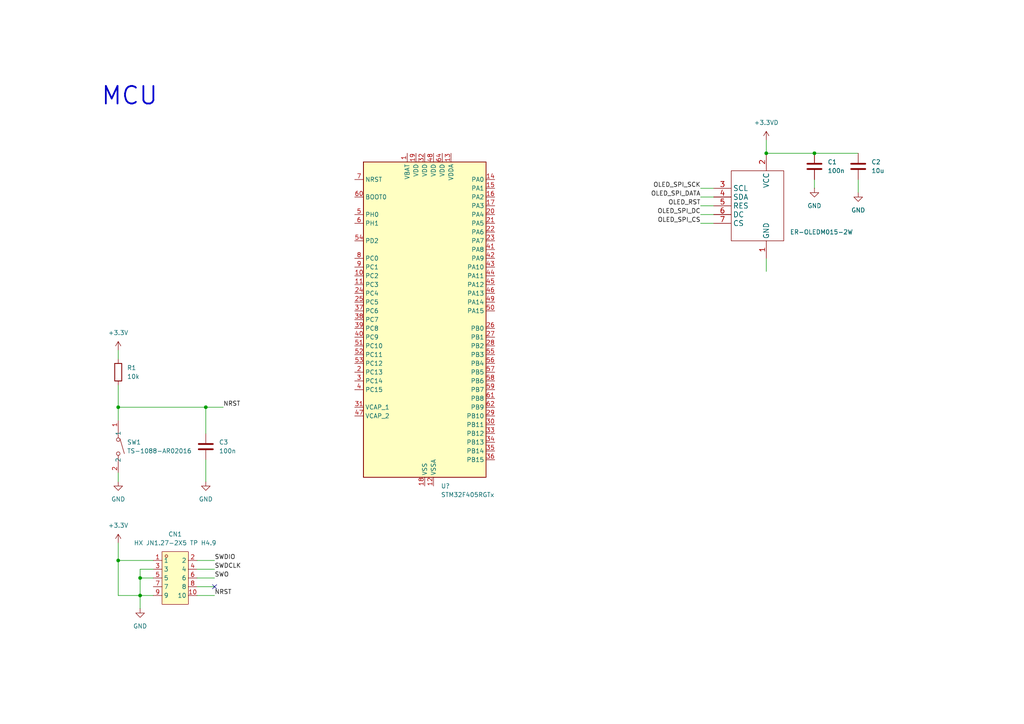
<source format=kicad_sch>
(kicad_sch (version 20250114) (generator "eeschema") (generator_version "9.0")
  (paper "A4")
  (lib_symbols
    (symbol "Device:C" (pin_numbers (hide yes)) (pin_names (offset 0.254))
      (property "Reference" "C" (at 0.635 2.54 0))
      (property "Value" "C" (at 0.635 -2.54 0))
      (symbol "C_0_1"
        (polyline (pts (xy -2.032 0.762) (xy 2.032 0.762)) (stroke (width 0.508)))
        (polyline (pts (xy -2.032 -0.762) (xy 2.032 -0.762)) (stroke (width 0.508)))
      )
      (symbol "C_1_1"
        (pin passive line (at 0 3.81 270) (length 2.794) (name "~") (number "1"))
        (pin passive line (at 0 -3.81 90) (length 2.794) (name "~") (number "2"))
      )
    )
    (symbol "Device:R" (pin_numbers (hide yes)) (pin_names (offset 0))
      (property "Reference" "R" (at 2.032 0 90))
      (property "Value" "R" (at 0 0 90))
      (symbol "R_0_1"
        (rectangle (start -1.016 -2.54) (end 1.016 2.54) (stroke (width 0.254)))
      )
      (symbol "R_1_1"
        (pin passive line (at 0 3.81 270) (length 1.27) (name "~") (number "1"))
        (pin passive line (at 0 -3.81 90) (length 1.27) (name "~") (number "2"))
      )
    )
    (symbol "Galerna:ER-OLEDM015-SPI"
      (property "Reference" "U" (at 0 0 0))
      (symbol "ER-OLEDM015-SPI_1_0"
        (polyline (pts (xy -7.62 10.16) (xy -7.62 -10.16)) (stroke (width 0.1524)))
        (polyline (pts (xy -7.62 -10.16) (xy 7.62 -10.16)) (stroke (width 0.1524)))
        (polyline (pts (xy 7.62 10.16) (xy -7.62 10.16)) (stroke (width 0.1524)))
        (polyline (pts (xy 7.62 -10.16) (xy 7.62 10.16)) (stroke (width 0.1524)))
        (pin bidirectional line (at -12.7 5.08 0) (length 5.08) (name "SCL") (number "3"))
        (pin bidirectional line (at -12.7 2.54 0) (length 5.08) (name "SDA") (number "4"))
        (pin bidirectional line (at -12.7 0 0) (length 5.08) (name "RES") (number "5"))
        (pin bidirectional line (at -12.7 -2.54 0) (length 5.08) (name "DC") (number "6"))
        (pin bidirectional line (at -12.7 -5.08 0) (length 5.08) (name "CS") (number "7"))
        (pin bidirectional line (at 2.54 15.24 270) (length 5.08) (name "VCC") (number "2"))
        (pin bidirectional line (at 2.54 -15.24 90) (length 5.08) (name "GND") (number "1"))
      )
    )
    (symbol "Galerna:HXJN1.27-2X5TPH4.9"
      (property "Reference" "CN" (at 0 10.16 0))
      (property "Value" "HX JN1.27-2X5 TP H4.9" (at 0 -10.16 0))
      (symbol "HXJN1.27-2X5TPH4.9_0_1"
        (rectangle (start -3.81 7.62) (end 3.81 -7.62) (fill (type background)))
        (circle (center -2.54 6.35) (radius 0.38))
        (pin unspecified line (at -6.35 5.08 0) (length 2.54) (name "1") (number "1"))
        (pin unspecified line (at -6.35 2.54 0) (length 2.54) (name "3") (number "3"))
        (pin unspecified line (at -6.35 0 0) (length 2.54) (name "5") (number "5"))
        (pin unspecified line (at -6.35 -2.54 0) (length 2.54) (name "7") (number "7"))
        (pin unspecified line (at -6.35 -5.08 0) (length 2.54) (name "9") (number "9"))
        (pin unspecified line (at 6.35 5.08 180) (length 2.54) (name "2") (number "2"))
        (pin unspecified line (at 6.35 2.54 180) (length 2.54) (name "4") (number "4"))
        (pin unspecified line (at 6.35 0 180) (length 2.54) (name "6") (number "6"))
        (pin unspecified line (at 6.35 -2.54 180) (length 2.54) (name "8") (number "8"))
        (pin unspecified line (at 6.35 -5.08 180) (length 2.54) (name "10") (number "10"))
      )
    )
    (symbol "Galerna:TS-1088-AR02016"
      (property "Reference" "SW" (at 0 5.08 0))
      (property "Value" "TS-1088-AR02016" (at 0 -5.08 0))
      (symbol "TS-1088-AR02016_0_1"
        (polyline (pts (xy -5.08 0) (xy -2.54 0)))
        (polyline (pts (xy -2.29 0.51) (xy 2.03 1.78)))
        (circle (center -2.03 0) (radius 0.51))
        (circle (center 2.03 0) (radius 0.51))
        (polyline (pts (xy 5.08 0) (xy 2.54 0)))
        (pin unspecified line (at -7.62 0 0) (length 2.54) (name "1") (number "1"))
        (pin unspecified line (at 7.62 0 180) (length 2.54) (name "2") (number "2"))
      )
    )
    (symbol "MCU_ST_STM32F4:STM32F405RGTx"
      (property "Reference" "U" (at -17.78 46.99 0))
      (property "Value" "STM32F405RGTx" (at 10.16 46.99 0))
      (symbol "STM32F405RGTx_0_1"
        (rectangle (start -17.78 -45.72) (end 17.78 45.72) (stroke (width 0.254)) (fill (type background)))
      )
      (symbol "STM32F405RGTx_1_1"
        (pin input line (at -20.32 40.64 0) (length 2.54) (name "NRST") (number "7"))
        (pin input line (at -20.32 35.56 0) (length 2.54) (name "BOOT0") (number "60"))
        (pin bidirectional line (at -20.32 30.48 0) (length 2.54) (name "PH0") (number "5"))
        (pin bidirectional line (at -20.32 27.94 0) (length 2.54) (name "PH1") (number "6"))
        (pin bidirectional line (at -20.32 22.86 0) (length 2.54) (name "PD2") (number "54"))
        (pin bidirectional line (at -20.32 17.78 0) (length 2.54) (name "PC0") (number "8"))
        (pin bidirectional line (at -20.32 15.24 0) (length 2.54) (name "PC1") (number "9"))
        (pin bidirectional line (at -20.32 12.7 0) (length 2.54) (name "PC2") (number "10"))
        (pin bidirectional line (at -20.32 10.16 0) (length 2.54) (name "PC3") (number "11"))
        (pin bidirectional line (at -20.32 7.62 0) (length 2.54) (name "PC4") (number "24"))
        (pin bidirectional line (at -20.32 5.08 0) (length 2.54) (name "PC5") (number "25"))
        (pin bidirectional line (at -20.32 2.54 0) (length 2.54) (name "PC6") (number "37"))
        (pin bidirectional line (at -20.32 0 0) (length 2.54) (name "PC7") (number "38"))
        (pin bidirectional line (at -20.32 -2.54 0) (length 2.54) (name "PC8") (number "39"))
        (pin bidirectional line (at -20.32 -5.08 0) (length 2.54) (name "PC9") (number "40"))
        (pin bidirectional line (at -20.32 -7.62 0) (length 2.54) (name "PC10") (number "51"))
        (pin bidirectional line (at -20.32 -10.16 0) (length 2.54) (name "PC11") (number "52"))
        (pin bidirectional line (at -20.32 -12.7 0) (length 2.54) (name "PC12") (number "53"))
        (pin bidirectional line (at -20.32 -15.24 0) (length 2.54) (name "PC13") (number "2"))
        (pin bidirectional line (at -20.32 -17.78 0) (length 2.54) (name "PC14") (number "3"))
        (pin bidirectional line (at -20.32 -20.32 0) (length 2.54) (name "PC15") (number "4"))
        (pin power_out line (at -20.32 -25.4 0) (length 2.54) (name "VCAP_1") (number "31"))
        (pin power_out line (at -20.32 -27.94 0) (length 2.54) (name "VCAP_2") (number "47"))
        (pin power_in line (at -5.08 48.26 270) (length 2.54) (name "VBAT") (number "1"))
        (pin power_in line (at -2.54 48.26 270) (length 2.54) (name "VDD") (number "19"))
        (pin power_in line (at 0 48.26 270) (length 2.54) (name "VDD") (number "32"))
        (pin power_in line (at 0 -48.26 90) (length 2.54) (name "VSS") (number "18"))
        (pin passive line (at 0 -48.26 90) (length 2.54) (hide yes) (name "VSS") (number "63"))
        (pin power_in line (at 2.54 48.26 270) (length 2.54) (name "VDD") (number "48"))
        (pin power_in line (at 2.54 -48.26 90) (length 2.54) (name "VSSA") (number "12"))
        (pin power_in line (at 5.08 48.26 270) (length 2.54) (name "VDD") (number "64"))
        (pin power_in line (at 7.62 48.26 270) (length 2.54) (name "VDDA") (number "13"))
        (pin bidirectional line (at 20.32 40.64 180) (length 2.54) (name "PA0") (number "14"))
        (pin bidirectional line (at 20.32 38.1 180) (length 2.54) (name "PA1") (number "15"))
        (pin bidirectional line (at 20.32 35.56 180) (length 2.54) (name "PA2") (number "16"))
        (pin bidirectional line (at 20.32 33.02 180) (length 2.54) (name "PA3") (number "17"))
        (pin bidirectional line (at 20.32 30.48 180) (length 2.54) (name "PA4") (number "20"))
        (pin bidirectional line (at 20.32 27.94 180) (length 2.54) (name "PA5") (number "21"))
        (pin bidirectional line (at 20.32 25.4 180) (length 2.54) (name "PA6") (number "22"))
        (pin bidirectional line (at 20.32 22.86 180) (length 2.54) (name "PA7") (number "23"))
        (pin bidirectional line (at 20.32 20.32 180) (length 2.54) (name "PA8") (number "41"))
        (pin bidirectional line (at 20.32 17.78 180) (length 2.54) (name "PA9") (number "42"))
        (pin bidirectional line (at 20.32 15.24 180) (length 2.54) (name "PA10") (number "43"))
        (pin bidirectional line (at 20.32 12.7 180) (length 2.54) (name "PA11") (number "44"))
        (pin bidirectional line (at 20.32 10.16 180) (length 2.54) (name "PA12") (number "45"))
        (pin bidirectional line (at 20.32 7.62 180) (length 2.54) (name "PA13") (number "46"))
        (pin bidirectional line (at 20.32 5.08 180) (length 2.54) (name "PA14") (number "49"))
        (pin bidirectional line (at 20.32 2.54 180) (length 2.54) (name "PA15") (number "50"))
        (pin bidirectional line (at 20.32 -2.54 180) (length 2.54) (name "PB0") (number "26"))
        (pin bidirectional line (at 20.32 -5.08 180) (length 2.54) (name "PB1") (number "27"))
        (pin bidirectional line (at 20.32 -7.62 180) (length 2.54) (name "PB2") (number "28"))
        (pin bidirectional line (at 20.32 -10.16 180) (length 2.54) (name "PB3") (number "55"))
        (pin bidirectional line (at 20.32 -12.7 180) (length 2.54) (name "PB4") (number "56"))
        (pin bidirectional line (at 20.32 -15.24 180) (length 2.54) (name "PB5") (number "57"))
        (pin bidirectional line (at 20.32 -17.78 180) (length 2.54) (name "PB6") (number "58"))
        (pin bidirectional line (at 20.32 -20.32 180) (length 2.54) (name "PB7") (number "59"))
        (pin bidirectional line (at 20.32 -22.86 180) (length 2.54) (name "PB8") (number "61"))
        (pin bidirectional line (at 20.32 -25.4 180) (length 2.54) (name "PB9") (number "62"))
        (pin bidirectional line (at 20.32 -27.94 180) (length 2.54) (name "PB10") (number "29"))
        (pin bidirectional line (at 20.32 -30.48 180) (length 2.54) (name "PB11") (number "30"))
        (pin bidirectional line (at 20.32 -33.02 180) (length 2.54) (name "PB12") (number "33"))
        (pin bidirectional line (at 20.32 -35.56 180) (length 2.54) (name "PB13") (number "34"))
        (pin bidirectional line (at 20.32 -38.1 180) (length 2.54) (name "PB14") (number "35"))
        (pin bidirectional line (at 20.32 -40.64 180) (length 2.54) (name "PB15") (number "36"))
      )
    )
    (symbol "power:+3.3V" (power) (pin_numbers (hide yes)) (pin_names (offset 0) (hide yes))
      (property "Value" "+3.3V" (at 0 3.556 0))
      (symbol "+3.3V_0_1"
        (polyline (pts (xy -0.762 1.27) (xy 0 2.54)))
        (polyline (pts (xy 0 2.54) (xy 0.762 1.27)))
        (polyline (pts (xy 0 0) (xy 0 2.54)))
      )
      (symbol "+3.3V_1_1"
        (pin power_in line (at 0 0 90) (length 0) (name "~") (number "1"))
      )
    )
    (symbol "power:+3.3VA" (power) (pin_numbers (hide yes)) (pin_names (offset 0) (hide yes))
      (property "Value" "+3.3VA" (at 0 3.556 0))
      (symbol "+3.3VA_0_1"
        (polyline (pts (xy -0.762 1.27) (xy 0 2.54)))
        (polyline (pts (xy 0 2.54) (xy 0.762 1.27)))
        (polyline (pts (xy 0 0) (xy 0 2.54)))
      )
      (symbol "+3.3VA_1_1"
        (pin power_in line (at 0 0 90) (length 0) (name "~") (number "1"))
      )
    )
    (symbol "power:GND" (power) (pin_numbers (hide yes)) (pin_names (offset 0) (hide yes))
      (property "Value" "GND" (at 0 -3.81 0))
      (symbol "GND_0_1"
        (polyline (pts (xy 0 0) (xy 0 -1.27) (xy 1.27 -1.27) (xy 0 -2.54) (xy -1.27 -1.27) (xy 0 -1.27)))
      )
      (symbol "GND_1_1"
        (pin power_in line (at 0 0 270) (length 0) (name "~") (number "1"))
      )
    )
  )
  (text "MCU" (at 37.592 27.94 0) (effects (font (size 5.08 5.08) (thickness 0.508) (bold yes))))
  (junction (at 236.22 44.45))
  (junction (at 59.69 118.11))
  (junction (at 34.29 162.56))
  (junction (at 40.64 172.72))
  (junction (at 34.29 118.11))
  (junction (at 222.25 44.45))
  (junction (at 40.64 167.64))
  (no_connect (at 62.23 170.18))
  (wire (pts (xy 222.25 44.45) (xy 236.22 44.45)))
  (wire (pts (xy 59.69 133.35) (xy 59.69 139.7)))
  (wire (pts (xy 236.22 44.45) (xy 248.92 44.45)))
  (wire (pts (xy 40.64 172.72) (xy 34.29 172.72)))
  (wire (pts (xy 40.64 167.64) (xy 44.45 167.64)))
  (wire (pts (xy 34.29 137.16) (xy 34.29 139.7)))
  (wire (pts (xy 57.15 167.64) (xy 62.23 167.64)))
  (wire (pts (xy 203.2 62.23) (xy 207.01 62.23)))
  (wire (pts (xy 59.69 118.11) (xy 34.29 118.11)))
  (wire (pts (xy 236.22 52.07) (xy 236.22 54.61)))
  (wire (pts (xy 203.2 64.77) (xy 207.01 64.77)))
  (wire (pts (xy 44.45 172.72) (xy 40.64 172.72)))
  (wire (pts (xy 57.15 165.1) (xy 62.23 165.1)))
  (wire (pts (xy 203.2 54.61) (xy 207.01 54.61)))
  (wire (pts (xy 34.29 101.6) (xy 34.29 104.14)))
  (wire (pts (xy 40.64 172.72) (xy 40.64 176.53)))
  (wire (pts (xy 40.64 165.1) (xy 40.64 167.64)))
  (wire (pts (xy 34.29 172.72) (xy 34.29 162.56)))
  (wire (pts (xy 222.25 40.64) (xy 222.25 44.45)))
  (wire (pts (xy 57.15 162.56) (xy 62.23 162.56)))
  (wire (pts (xy 44.45 165.1) (xy 40.64 165.1)))
  (wire (pts (xy 34.29 111.76) (xy 34.29 118.11)))
  (wire (pts (xy 44.45 162.56) (xy 34.29 162.56)))
  (wire (pts (xy 203.2 57.15) (xy 207.01 57.15)))
  (wire (pts (xy 248.92 52.07) (xy 248.92 55.88)))
  (wire (pts (xy 34.29 162.56) (xy 34.29 157.48)))
  (wire (pts (xy 40.64 167.64) (xy 40.64 172.72)))
  (wire (pts (xy 203.2 59.69) (xy 207.01 59.69)))
  (wire (pts (xy 59.69 118.11) (xy 64.77 118.11)))
  (wire (pts (xy 222.25 74.93) (xy 222.25 78.74)))
  (wire (pts (xy 57.15 170.18) (xy 62.23 170.18)))
  (wire (pts (xy 34.29 118.11) (xy 34.29 121.92)))
  (wire (pts (xy 59.69 118.11) (xy 59.69 125.73)))
  (wire (pts (xy 57.15 172.72) (xy 62.23 172.72)))
  (label "SWO" (at 62.23 167.64 0))
  (label "NRST" (at 62.23 172.72 0))
  (label "SWDCLK" (at 62.23 165.1 0))
  (label "OLED_RST" (at 203.2 59.69 180))
  (label "OLED_SPI_DC" (at 203.2 62.23 180))
  (label "OLED_SPI_DATA" (at 203.2 57.15 180))
  (label "OLED_SPI_SCK" (at 203.2 54.61 180))
  (label "OLED_SPI_CS" (at 203.2 64.77 180))
  (label "SWDIO" (at 62.23 162.56 0))
  (label "NRST" (at 64.77 118.11 0))
  (symbol (lib_id "power:GND") (at 34.29 139.7 0) (unit 1)
    (property "Reference" "#PWR07" (effects (hide yes)))
    (property "Value" "GND" (at 34.29 144.78 0))
    (property "Description" "Power symbol creates a global label with name \"GND\" , ground" (effects (hide yes)))
  )
  (symbol (lib_id "power:+3.3V") (at 34.29 101.6 0) (unit 1)
    (property "Reference" "#PWR08" (effects (hide yes)))
    (property "Value" "+3.3V" (at 34.29 96.52 0))
    (property "Description" "Power symbol creates a global label with name \"+3.3V\"" (effects (hide yes)))
  )
  (symbol (lib_id "power:GND") (at 40.64 176.53 0) (unit 1)
    (property "Reference" "#PWR06" (effects (hide yes)))
    (property "Value" "GND" (at 40.64 181.61 0))
    (property "Description" "Power symbol creates a global label with name \"GND\" , ground" (effects (hide yes)))
  )
  (symbol (lib_id "power:GND") (at 248.92 55.88 0) (unit 1)
    (property "Reference" "#PWR04" (effects (hide yes)))
    (property "Value" "GND" (at 248.92 60.96 0))
    (property "Description" "Power symbol creates a global label with name \"GND\" , ground" (effects (hide yes)))
  )
  (symbol (lib_id "Device:R") (at 34.29 107.95 0) (unit 1)
    (property "Reference" "R1" (at 36.83 106.6799 0) (effects (justify left)))
    (property "Value" "10k" (at 36.83 109.2199 0) (effects (justify left)))
    (property "Description" "Resistor" (effects (hide yes)))
  )
  (symbol (lib_id "Device:C") (at 236.22 48.26 0) (unit 1)
    (property "Reference" "C1" (at 240.03 46.9899 0) (effects (justify left)))
    (property "Value" "100n" (at 240.03 49.5299 0) (effects (justify left)))
    (property "Description" "Unpolarized capacitor" (effects (hide yes)))
  )
  (symbol (lib_id "Device:C") (at 248.92 48.26 0) (unit 1)
    (property "Reference" "C2" (at 252.73 46.9899 0) (effects (justify left)))
    (property "Value" "10u" (at 252.73 49.5299 0) (effects (justify left)))
    (property "Description" "Unpolarized capacitor" (effects (hide yes)))
  )
  (symbol (lib_id "power:GND") (at 59.69 139.7 0) (unit 1)
    (property "Reference" "#PWR09" (effects (hide yes)))
    (property "Value" "GND" (at 59.69 144.78 0))
    (property "Description" "Power symbol creates a global label with name \"GND\" , ground" (effects (hide yes)))
  )
  (symbol (lib_id "Galerna:TS-1088-AR02016") (at 34.29 129.54 270) (unit 1)
    (property "Reference" "SW1" (at 36.83 128.2699 90) (effects (justify left)))
    (property "Value" "TS-1088-AR02016" (at 36.83 130.8099 90) (effects (justify left)))
    (property "Footprint" "Galerna:SW-SMD_L3.9-W3.0-P4.45" (effects (hide yes)))
    (property "Datasheet" "https://lcsc.com/product-detail/Tactile-Switches_XUNPU-TS-1088-AR02016_C720477.html" (effects (hide yes)))
    (property "LCSC Part" "C720477" (effects (hide yes)))
  )
  (symbol (lib_id "power:+3.3VA") (at 222.25 40.64 0) (unit 1)
    (property "Reference" "#PWR02" (effects (hide yes)))
    (property "Value" "+3.3VD" (at 222.25 35.56 0))
    (property "Description" "Power symbol creates a global label with name \"+3.3VA\"" (effects (hide yes)))
  )
  (symbol (lib_id "Device:C") (at 59.69 129.54 0) (unit 1)
    (property "Reference" "C3" (at 63.5 128.2699 0) (effects (justify left)))
    (property "Value" "100n" (at 63.5 130.8099 0) (effects (justify left)))
    (property "Description" "Unpolarized capacitor" (effects (hide yes)))
  )
  (symbol (lib_id "power:GND") (at 236.22 54.61 0) (unit 1)
    (property "Reference" "#PWR03" (effects (hide yes)))
    (property "Value" "GND" (at 236.22 59.69 0))
    (property "Description" "Power symbol creates a global label with name \"GND\" , ground" (effects (hide yes)))
  )
  (symbol (lib_id "Galerna:ER-OLEDM015-SPI") (at 219.71 59.69 0) (unit 1)
    (property "Reference" "ER-OLEDM015-2W" (at 229.108 67.31 0) (effects (justify left)))
    (property "Footprint" "Galerna:ER-OLEDM015-2" (effects (hide yes)))
  )
  (symbol (lib_id "MCU_ST_STM32F4:STM32F405RGTx") (at 123.19 92.71 0) (unit 1)
    (property "Reference" "U?" (at 127.8733 140.97 0) (effects (justify left)))
    (property "Value" "STM32F405RGTx" (at 127.8733 143.51 0) (effects (justify left)))
    (property "Footprint" "Package_QFP:LQFP-64_10x10mm_P0.5mm" (effects (hide yes)))
    (property "Datasheet" "https://www.st.com/resource/en/datasheet/stm32f405rg.pdf" (effects (hide yes)))
    (property "Description" "STMicroelectronics Arm Cortex-M4 MCU, 1024KB flash, 192KB RAM, 168 MHz, 1.8-3.6V, 51 GPIO, LQFP64" (effects (hide yes)))
  )
  (symbol (lib_id "power:+3.3V") (at 34.29 157.48 0) (unit 1)
    (property "Reference" "#PWR05" (effects (hide yes)))
    (property "Value" "+3.3V" (at 34.29 152.4 0))
    (property "Description" "Power symbol creates a global label with name \"+3.3V\"" (effects (hide yes)))
  )
  (symbol (lib_id "Galerna:HXJN1.27-2X5TPH4.9") (at 50.8 167.64 0) (unit 1)
    (property "Reference" "CN1" (at 50.8 154.94 0))
    (property "Value" "HX JN1.27-2X5 TP H4.9" (at 50.8 157.48 0))
    (property "Footprint" "Galerna:IDC-SMD_10P-P1.27-3220-10-0300-00" (effects (hide yes)))
    (property "Datasheet" "kicad-embed://IDC-SMD_10P-P1.27-3220-10-0300-00.kicad_mod" (effects (hide yes)))
    (property "LCSC Part" "C42372555" (effects (hide yes)))
  )
)
</source>
